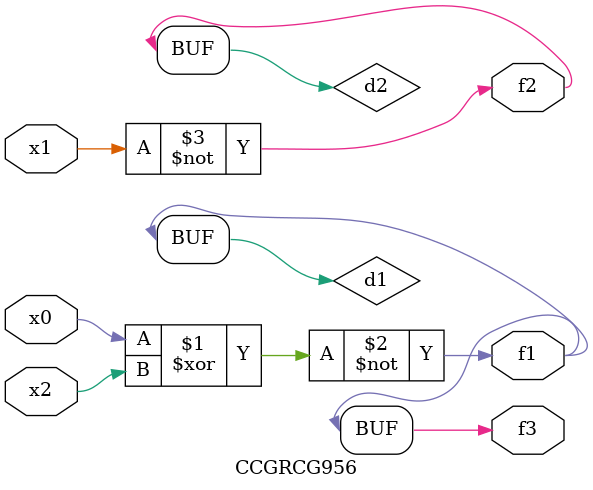
<source format=v>
module CCGRCG956(
	input x0, x1, x2,
	output f1, f2, f3
);

	wire d1, d2, d3;

	xnor (d1, x0, x2);
	nand (d2, x1);
	nor (d3, x1, x2);
	assign f1 = d1;
	assign f2 = d2;
	assign f3 = d1;
endmodule

</source>
